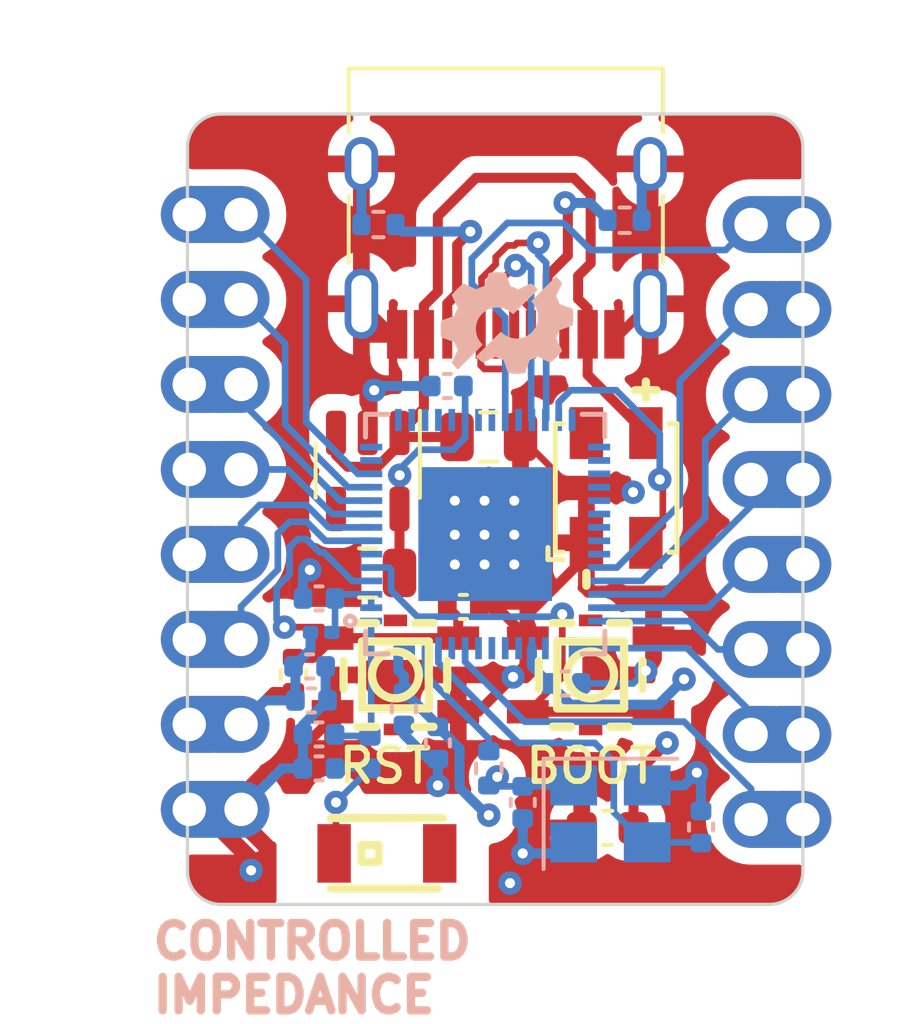
<source format=kicad_pcb>
(kicad_pcb (version 20221018) (generator pcbnew)
  (layers (0 "F.Cu" signal) (1 "In1.Cu" power) (2 "In2.Cu" power) (31 "B.Cu" signal) (34 "B.Paste" user) (35 "F.Paste" user) (36 "B.SilkS" user "B.Silkscreen") (37 "F.SilkS" user "F.Silkscreen") (38 "B.Mask" user) (39 "F.Mask" user) (44 "Edge.Cuts" user))
  (net 0 "")
  (net 1 "Net-(J1-CC1)")
  (net 2 "Net-(C4-Pad1)")
  (net 3 "/RESET")
  (net 4 "/BOOT")
  (net 6 "+3.3V")
  (net 10 "/USB_D-")
  (net 11 "/USB_D+")
  (net 28 "Net-(U1-XTAL_N)")
  (net 29 "Net-(U1-XTAL_P)")
  (net 30 "GND")
  (net 31 "VBUS")
  (net 34 "/IO2")
  (net 35 "/IO3")
  (net 36 "/IO4")
  (net 37 "/IO5")
  (net 38 "/IO6")
  (net 39 "/IO7")
  (net 40 "/IO21")
  (net 41 "/IO17")
  (net 42 "/IO45")
  (net 43 "/IO38")
  (net 44 "/IO37")
  (net 45 "/IO36")
  (net 46 "/IO35")
  (net 47 "/IO34")
  (net 48 "/IO33")
  (net 56 "Net-(J1-CC2)")
  (net 58 "Net-(U1-LNA_IN)")
  (net 59 "Net-(C10-Pad2)")
  (net 60 "Net-(AE1-ANT)")
  (footprint "Connector_USB:USB_C_Receptacle_HRO_TYPE-C-31-M-12" (layer "F.Cu") (at 146.05 79.248 180)
    (fp_text reference "J1" hide)
    (fp_text value "USB_C_Receptacle_USB2.0")
  )
  (footprint "Capacitor_SMD:C_0603_1608Metric" (layer "F.Cu") (at 149.098 98.044 180)
    (fp_text reference "C7" hide)
    (fp_text value "10uF")
  )
  (footprint "Capacitor_SMD:C_0805_2012Metric" (layer "F.Cu") (at 145.542 86.36)
    (fp_text reference "C13" hide)
    (fp_text value "22uF")
  )
  (footprint "Capacitor_SMD:C_0805_2012Metric" (layer "F.Cu") (at 141.92 90.424 180)
    (fp_text reference "C12" hide)
    (fp_text value "22uF")
  )
  (footprint "easyeda2kicad:SW-SMD_L3.1-W3.1-P2.20-LS4.0" (layer "F.Cu") (at 148.59 93.472)
    (fp_text reference "SW2" hide)
    (fp_text value "BOOT")
  )
  (footprint "easyeda2kicad:ANT-SMD_L3.2-W1.6" (layer "F.Cu") (at 142.494 98.806)
    (fp_text reference "AE1" hide)
    (fp_text value "2450AT18A100E")
  )
  (footprint "Castellated:Castellated_8" (layer "F.Cu") (at 135.59 74.63)
    (fp_text reference "J2" hide)
    (fp_text value "Conn_01x08")
  )
  (footprint "Capacitor_SMD:C_0402_1005Metric" (layer "F.Cu") (at 144.78 91.44)
    (fp_text reference "C11" hide)
    (fp_text value "1uF")
  )
  (footprint "easyeda2kicad:SW-SMD_L3.1-W3.1-P2.20-LS4.0" (layer "F.Cu") (at 142.748 93.472 180)
    (fp_text reference "SW1" hide)
    (fp_text value "RESET")
  )
  (footprint "Package_TO_SOT_SMD:SOT-23-5" (layer "F.Cu") (at 141.92 87.376 -90)
    (fp_text reference "U2" hide)
    (fp_text value "AP2112K-3.3")
  )
  (footprint "Resistor_SMD:R_0402_1005Metric" (layer "F.Cu") (at 139.7 93.472 90)
    (fp_text reference "R2" hide)
    (fp_text value "10K")
  )
  (footprint "Castellated:Castellated_8" (layer "F.Cu") (at 152.4 74.93)
    (fp_text reference "J3" hide)
    (fp_text value "Conn_01x08")
  )
  (footprint "easyeda2kicad:LED-SMD_4P-L3.5-W3.5-TL_WS2812B" (layer "F.Cu") (at 149.352 87.884 -90)
    (fp_text reference "LED1" hide)
    (fp_text value "WS2812B-MINI")
  )
  (footprint "Capacitor_SMD:C_0402_1005Metric" (layer "B.Cu") (at 151.892 98.016 90)
    (fp_text reference "C9" hide)
    (fp_text value "16pF")
  )
  (footprint "Capacitor_SMD:C_0402_1005Metric" (layer "B.Cu") (at 143.002 94.488 -90)
    (fp_text reference "C2" hide)
    (fp_text value "10nF")
  )
  (footprint "Inductor_SMD:L_0402_1005Metric" (layer "B.Cu") (at 141.986 95.781 90)
    (fp_text reference "L2" hide)
    (fp_text value "0ohm")
  )
  (footprint "Crystal:Crystal_SMD_3225-4Pin_3.2x2.5mm" (layer "B.Cu") (at 149.182 97.624)
    (fp_text reference "Y1" hide)
    (fp_text value "40MHz")
  )
  (footprint "Resistor_SMD:R_0402_1005Metric" (layer "B.Cu") (at 145.542 96.266 -90)
    (fp_text reference "R1" hide)
    (fp_text value "0 ohm")
  )
  (footprint "Capacitor_SMD:C_0402_1005Metric" (layer "B.Cu") (at 140.236 94.234)
    (fp_text reference "C6" hide)
    (fp_text value "1uF")
  )
  (footprint "Resistor_SMD:R_0402_1005Metric" (layer "B.Cu") (at 149.606 79.883 180)
    (fp_text reference "R3" hide)
    (fp_text value "5.1K")
  )
  (footprint "Capacitor_SMD:C_0402_1005Metric" (layer "B.Cu") (at 140.462 96.266 180)
    (fp_text reference "C15" hide)
    (fp_text value "C")
  )
  (footprint "Capacitor_SMD:C_0402_1005Metric" (layer "B.Cu") (at 140.462 95.25 180)
    (fp_text reference "C14" hide)
    (fp_text value "C")
  )
  (footprint "Capacitor_SMD:C_0402_1005Metric" (layer "B.Cu") (at 147.828 93.726)
    (fp_text reference "C8" hide)
    (fp_text value "0.1uF")
  )
  (footprint "Capacitor_SMD:C_0402_1005Metric" (layer "B.Cu") (at 146.558 97.282 90)
    (fp_text reference "C10" hide)
    (fp_text value "16pF")
  )
  (footprint "Capacitor_SMD:C_0402_1005Metric" (layer "B.Cu") (at 144.018 95.504 -90)
    (fp_text reference "C3" hide)
    (fp_text value "1uF")
  )
  (footprint "easyeda2kicad:QFN-56_L7.0-W7.0-P0.40-TL-EP4.0" (layer "B.Cu") (at 145.434 89.262)
    (fp_text reference "U1" hide)
    (fp_text value "ESP32-S3FH4R2")
  )
  (footprint "Capacitor_SMD:C_0402_1005Metric" (layer "B.Cu") (at 140.18 93.218)
    (fp_text reference "C5" hide)
    (fp_text value "0.1uF")
  )
  (footprint "Inductor_SMD:L_0201_0603Metric" (layer "B.Cu") (at 140.528 92.202)
    (fp_text reference "L1" hide)
    (fp_text value "2nH")
  )
  (footprint "Resistor_SMD:R_0402_1005Metric" (layer "B.Cu") (at 142.24 80.01)
    (fp_text reference "R4" hide)
    (fp_text value "5.1K")
  )
  (footprint "Capacitor_SMD:C_0402_1005Metric" (layer "B.Cu") (at 144.3 84.836 180)
    (fp_text reference "C1" hide)
    (fp_text value "0.1uF")
  )
  (footprint "Capacitor_SMD:C_0402_1005Metric" (layer "B.Cu") (at 140.462 91.186 180)
    (fp_text reference "C4" hide)
    (fp_text value "0.1uF")
  )
  (gr_poly (pts (xy 144.595604 84.291189) (xy 144.575479 84.26997) (xy 144.555732 84.248403) (xy 144.536366 84.226495) (xy 144.517385 84.204253) (xy 144.498791 84.181682) (xy 144.480588 84.158788) (xy 144.462779 84.135578) (xy 144.64177 83.759076) (xy 144.625741 83.728692) (xy 144.610503 83.697874) (xy 144.596065 83.666635) (xy 144.582437 83.634986) (xy 144.569627 83.602941) (xy 144.557644 83.570511) (xy 144.546499 83.537709) (xy 144.536201 83.504547) (xy 144.143294 83.364847) (xy 144.136486 83.309793) (xy 144.131466 83.25429) (xy 144.128277 83.198376) (xy 144.126956 83.142084) (xy 144.127546 83.085452) (xy 144.130086 83.028514) (xy 144.134616 82.971306) (xy 144.141178 82.913864) (xy 144.143559 82.898519) (xy 144.535936 82.758951) (xy 144.546289 82.725534) (xy 144.557491 82.692555) (xy 144.569524 82.66002) (xy 144.58237 82.627932) (xy 144.59601 82.596298) (xy 144.610424 82.565121) (xy 144.625595 82.534406) (xy 144.641504 82.504157) (xy 144.462514 82.127787) (xy 144.480396 82.10449) (xy 144.498666 82.081532) (xy 144.51732 82.058918) (xy 144.536351 82.036651) (xy 144.555756 82.014736) (xy 144.575528 81.993177) (xy 144.595663 81.971979) (xy 144.616154 81.951145) (xy 144.636998 81.93068) (xy 144.658188 81.910589) (xy 144.67972 81.890875) (xy 144.701588 81.871543) (xy 144.723787 81.852596) (xy 144.746311 81.834041) (xy 144.769157 81.815879) (xy 144.792317 81.798117) (xy 145.168819 81.977107) (xy 145.169084 81.977372) (xy 145.199467 81.961343) (xy 145.230285 81.946106) (xy 145.261524 81.931668) (xy 145.293173 81.918039) (xy 145.325219 81.905229) (xy 145.357649 81.893247) (xy 145.390451 81.882102) (xy 145.423613 81.871803) (xy 145.563313 81.478897) (xy 145.618367 81.472089) (xy 145.673869 81.467069) (xy 145.729784 81.463879) (xy 145.786075 81.462559) (xy 145.842708 81.463149) (xy 145.899646 81.465688) (xy 145.956853 81.470219) (xy 146.014295 81.47678) (xy 146.029641 81.479161) (xy 146.169209 81.871538) (xy 146.202626 81.881891) (xy 146.235605 81.893094) (xy 146.26814 81.905127) (xy 146.300227 81.917973) (xy 146.331862 81.931612) (xy 146.363039 81.946027) (xy 146.393754 81.961198) (xy 146.424002 81.977107) (xy 146.800372 81.798117) (xy 146.82362 81.815975) (xy 146.84653 81.834222) (xy 146.869098 81.85285) (xy 146.891323 81.871853) (xy 146.9132 81.891221) (xy 146.934727 81.910947) (xy 146.9559 81.931023) (xy 146.976717 81.951443) (xy 146.267501 82.660658) (xy 146.248349 82.642196) (xy 146.22846 82.624481) (xy 146.207853 82.60754) (xy 146.186547 82.591403) (xy 146.164563 82.576097) (xy 146.141918 82.56165) (xy 146.118634 82.54809) (xy 146.094728 82.535444) (xy 146.070222 82.523741) (xy 146.045133 82.513008) (xy 146.019481 82.503274) (xy 145.993286 82.494566) (xy 145.966566 82.486912) (xy 145.939343 82.480341) (xy 145.911634 82.474879) (xy 145.883459 82.470555) (xy 145.849324 82.466941) (xy 145.815414 82.465078) (xy 145.781774 82.46493) (xy 145.748452 82.466462) (xy 145.715495 82.469637) (xy 145.682949 82.474419) (xy 145.650862 82.480772) (xy 145.619281 82.48866) (xy 145.588252 82.498048) (xy 145.557823 82.508898) (xy 145.528041 82.521174) (xy 145.498952 82.534842) (xy 145.470604 82.549864) (xy 145.443044 82.566205) (xy 145.416318 82.583828) (xy 145.390474 82.602698) (xy 145.365558 82.622778) (xy 145.341619 82.644033) (xy 145.318701 82.666425) (xy 145.296854 82.68992) (xy 145.276123 82.714481) (xy 145.256555 82.740072) (xy 145.238198 82.766658) (xy 145.221099 82.794201) (xy 145.205305 82.822665) (xy 145.190861 82.852016) (xy 145.177817 82.882216) (xy 145.166218 82.91323) (xy 145.156111 82.945022) (xy 145.147544 82.977555) (xy 145.140564 83.010793) (xy 145.135217 83.044701) (xy 145.131155 83.084623) (xy 145.129495 83.124219) (xy 145.130178 83.163416) (xy 145.133146 83.202138) (xy 145.138338 83.240313) (xy 145.145696 83.277866) (xy 145.155159 83.314722) (xy 145.166669 83.350807) (xy 145.180167 83.386048) (xy 145.195593 83.420369) (xy 145.212888 83.453697) (xy 145.231993 83.485958) (xy 145.252847 83.517076) (xy 145.275393 83.546979) (xy 145.29957 83.575591) (xy 145.32532 83.602839) (xy 144.616105 84.312055)) (stroke (width 0.052916)) (fill solid) (layer "B.SilkS"))
  (gr_poly (pts (xy 146.307105 84.444416) (xy 146.25119 84.441226) (xy 146.195688 84.436206) (xy 146.140634 84.429398) (xy 146.000934 84.036492) (xy 145.967772 84.026193) (xy 145.93497 84.015048) (xy 145.90254 84.003066) (xy 145.870494 83.990256) (xy 145.838845 83.976627) (xy 145.807606 83.962189) (xy 145.776788 83.946951) (xy 145.746404 83.930923) (xy 145.369902 84.109914) (xy 145.346693 84.092104) (xy 145.323799 84.073901) (xy 145.301228 84.055308) (xy 145.278985 84.036326) (xy 145.257077 84.016961) (xy 145.235511 83.997213) (xy 145.214291 83.977088) (xy 145.193425 83.956587) (xy 145.902641 83.247372) (xy 145.929889 83.273122) (xy 145.958501 83.297299) (xy 145.988404 83.319845) (xy 146.019523 83.3407) (xy 146.051783 83.359804) (xy 146.085111 83.377099) (xy 146.119433 83.392525) (xy 146.154673 83.406023) (xy 146.190758 83.417533) (xy 146.227615 83.426997) (xy 146.265167 83.434354) (xy 146.303342 83.439546) (xy 146.342065 83.442514) (xy 146.381261 83.443197) (xy 146.420858 83.441537) (xy 146.460779 83.437475) (xy 146.494687 83.432128) (xy 146.527926 83.425148) (xy 146.560459 83.416581) (xy 146.59225 83.406474) (xy 146.623264 83.394875) (xy 146.653464 83.381831) (xy 146.682815 83.367388) (xy 146.71128 83.351593) (xy 146.738823 83.334494) (xy 146.765408 83.316137) (xy 146.790999 83.296569) (xy 146.81556 83.275838) (xy 146.839055 83.253991) (xy 146.861448 83.231074) (xy 146.882702 83.207134) (xy 146.902782 83.182218) (xy 146.921652 83.156374) (xy 146.939275 83.129648) (xy 146.955616 83.102088) (xy 146.970638 83.07374) (xy 146.984306 83.044652) (xy 146.996583 83.014869) (xy 147.007433 82.98444) (xy 147.01682 82.953412) (xy 147.024708 82.92183) (xy 147.031061 82.889743) (xy 147.035843 82.857198) (xy 147.039018 82.82424) (xy 147.04055 82.790918) (xy 147.040402 82.757278) (xy 147.03854 82.723368) (xy 147.034925 82.689233) (xy 147.030602 82.661059) (xy 147.02514 82.63335) (xy 147.018568 82.606126) (xy 147.010914 82.579407) (xy 147.002206 82.553211) (xy 146.992472 82.52756) (xy 146.981739 82.502471) (xy 146.970036 82.477964) (xy 146.95739 82.454058) (xy 146.94383 82.430774) (xy 146.929383 82.40813) (xy 146.914077 82.386145) (xy 146.89794 82.364839) (xy 146.881 82.344232) (xy 146.863285 82.324343) (xy 146.844822 82.305191) (xy 147.554038 81.595975) (xy 147.574457 81.616792) (xy 147.594533 81.637965) (xy 147.61426 81.659492) (xy 147.633628 81.681369) (xy 147.65263 81.703594) (xy 147.671258 81.726163) (xy 147.689506 81.749072) (xy 147.707364 81.77232) (xy 147.528505 82.14869) (xy 147.544415 82.178938) (xy 147.559586 82.209653) (xy 147.574 82.240831) (xy 147.58764 82.272465) (xy 147.600486 82.304552) (xy 147.612519 82.337087) (xy 147.623721 82.370066) (xy 147.634074 82.403483) (xy 148.026451 82.543051) (xy 148.028832 82.558397) (xy 148.035394 82.615839) (xy 148.039924 82.673046) (xy 148.042464 82.729984) (xy 148.043054 82.786617) (xy 148.041733 82.842908) (xy 148.038544 82.898823) (xy 148.033524 82.954325) (xy 148.026716 83.009379) (xy 147.63381 83.149079) (xy 147.623511 83.182241) (xy 147.612366 83.215043) (xy 147.600384 83.247473) (xy 147.587574 83.279519) (xy 147.573945 83.311167) (xy 147.559507 83.342407) (xy 147.544269 83.373225) (xy 147.528241 83.403608) (xy 147.528373 83.403741) (xy 147.707364 83.780243) (xy 147.689601 83.803403) (xy 147.67144 83.826248) (xy 147.652884 83.848773) (xy 147.633938 83.870972) (xy 147.614606 83.89284) (xy 147.594892 83.914372) (xy 147.5748 83.935562) (xy 147.554335 83.956406) (xy 147.533502 83.976897) (xy 147.512303 83.997032) (xy 147.490745 84.016804) (xy 147.468829 84.036208) (xy 147.446563 84.05524) (xy 147.423948 84.073894) (xy 147.40099 84.092164) (xy 147.377693 84.110046) (xy 147.001323 83.931188) (xy 146.971075 83.947097) (xy 146.940359 83.962268) (xy 146.909182 83.976682) (xy 146.877548 83.990322) (xy 146.845461 84.003168) (xy 146.812925 84.015201) (xy 146.779947 84.026403) (xy 146.746529 84.036756) (xy 146.606962 84.429133) (xy 146.591616 84.431515) (xy 146.534174 84.438076) (xy 146.476966 84.442606) (xy 146.420029 84.445146) (xy 146.363396 84.445736)) (stroke (width 0.052916)) (fill solid) (layer "B.SilkS"))
  (gr_line (start 137.525 100.33) (end 153.94 100.33) (stroke (width 0.1)) (layer "Edge.Cuts"))
  (gr_arc (start 153.94 76.708) (mid 154.647107 77.000893) (end 154.94 77.708) (stroke (width 0.1)) (layer "Edge.Cuts"))
  (gr_line (start 153.94 76.708) (end 137.525 76.708) (stroke (width 0.1)) (layer "Edge.Cuts"))
  (gr_line (start 154.94 99.33) (end 154.94 77.708) (stroke (width 0.1)) (layer "Edge.Cuts"))
  (gr_line (start 136.525 77.708) (end 136.525 99.33) (stroke (width 0.1)) (layer "Edge.Cuts"))
  (gr_arc (start 154.94 99.33) (mid 154.647107 100.037107) (end 153.94 100.33) (stroke (width 0.1)) (layer "Edge.Cuts"))
  (gr_arc (start 137.525 100.33) (mid 136.817893 100.037107) (end 136.525 99.33) (stroke (width 0.1)) (layer "Edge.Cuts"))
  (gr_arc (start 136.525 77.708) (mid 136.817893 77.000893) (end 137.525 76.708) (stroke (width 0.1)) (layer "Edge.Cuts"))
  (gr_text "CONTROLLED\nIMPEDANCE" (at 135.382 103.632) (layer "B.SilkS") (effects (font (size 1 1) (thickness 0.25) bold) (justify left bottom)))
  (gr_text "BOOT" (at 146.558 96.774) (layer "F.SilkS") (effects (font (size 1 1) (thickness 0.175) bold) (justify left bottom)))
  (gr_text "RST" (at 140.97 96.774) (layer "F.SilkS") (effects (font (size 1 1) (thickness 0.175) bold) (justify left bottom)))
  (segment (start 147.3 81.544162) (end 147.3 83.293) (width 0.3) (layer "F.Cu") (net 1))
  (segment (start 147.90717 79.443933) (end 147.828756 79.365519) (width 0.3) (layer "F.Cu") (net 1))
  (segment (start 147.90717 80.936992) (end 147.90717 79.443933) (width 0.3) (layer "F.Cu") (net 1))
  (segment (start 147.90717 80.936992) (end 147.3 81.544162) (width 0.3) (layer "F.Cu") (net 1))
  (via (at 147.828756 79.365519) (size 0.7) (drill 0.3) (layers "F.Cu" "B.Cu") (net 1))
  (segment (start 148.578519 79.365519) (end 149.096 79.883) (width 0.3) (layer "B.Cu") (net 1))
  (segment (start 147.828756 79.365519) (end 148.578519 79.365519) (width 0.3) (layer "B.Cu") (net 1))
  (segment (start 142.024 91.462) (end 142.024 91.062) (width 0.2) (layer "B.Cu") (net 2))
  (segment (start 140.942 92.108) (end 140.848 92.202) (width 0.2) (layer "B.Cu") (net 2))
  (segment (start 140.942 91.186) (end 140.942 92.108) (width 0.2) (layer "B.Cu") (net 2))
  (segment (start 141.066 91.062) (end 140.942 91.186) (width 0.2) (layer "B.Cu") (net 2))
  (segment (start 142.024 91.062) (end 141.066 91.062) (width 0.2) (layer "B.Cu") (net 2))
  (segment (start 140.540028 92.044028) (end 140.868 92.372) (width 0.2) (layer "F.Cu") (net 3))
  (segment (start 139.428929 92.044028) (end 140.540028 92.044028) (width 0.2) (layer "F.Cu") (net 3))
  (segment (start 144.628 91.768) (end 144.3 91.44) (width 0.3) (layer "F.Cu") (net 3))
  (segment (start 139.7 92.962) (end 140.278 92.962) (width 0.3) (layer "F.Cu") (net 3))
  (segment (start 140.278 92.962) (end 140.868 92.372) (width 0.3) (layer "F.Cu") (net 3))
  (segment (start 144.628 92.372) (end 144.628 91.768) (width 0.3) (layer "F.Cu") (net 3))
  (segment (start 140.868 92.372) (end 144.628 92.372) (width 0.3) (layer "F.Cu") (net 3))
  (via (at 139.428929 92.044028) (size 0.7) (drill 0.3) (layers "F.Cu" "B.Cu") (net 3))
  (segment (start 140.612 89.812) (end 140.485 89.812) (width 0.2) (layer "B.Cu") (net 3))
  (segment (start 139.827 89.408) (end 139.58 89.655) (width 0.2) (layer "B.Cu") (net 3))
  (segment (start 139.58 90.470609) (end 139.192 90.858609) (width 0.2) (layer "B.Cu") (net 3))
  (segment (start 142.024 90.662) (end 141.462 90.662) (width 0.2) (layer "B.Cu") (net 3))
  (segment (start 140.081 89.408) (end 139.827 89.408) (width 0.2) (layer "B.Cu") (net 3))
  (segment (start 139.192 90.858609) (end 139.192 91.807099) (width 0.2) (layer "B.Cu") (net 3))
  (segment (start 139.58 89.655) (end 139.58 90.470609) (width 0.2) (layer "B.Cu") (net 3))
  (segment (start 141.462 90.662) (end 140.612 89.812) (width 0.2) (layer "B.Cu") (net 3))
  (segment (start 139.192 91.807099) (end 139.428929 92.044028) (width 0.2) (layer "B.Cu") (net 3))
  (segment (start 140.485 89.812) (end 140.081 89.408) (width 0.2) (layer "B.Cu") (net 3))
  (segment (start 147.740965 93.541035) (end 146.71 94.572) (width 0.2) (layer "F.Cu") (net 4))
  (segment (start 146.71 94.572) (end 150.47 94.572) (width 0.3) (layer "F.Cu") (net 4))
  (segment (start 147.740965 91.656048) (end 147.740965 93.541035) (width 0.2) (layer "F.Cu") (net 4))
  (via (at 147.740965 91.656048) (size 0.7) (drill 0.3) (layers "F.Cu" "B.Cu") (net 4))
  (segment (start 143.403025 91.731025) (end 142.621 90.949) (width 0.2) (layer "B.Cu") (net 4))
  (segment (start 147.740965 91.656048) (end 147.665988 91.731025) (width 0.2) (layer "B.Cu") (net 4))
  (segment (start 142.554 90.262) (end 142.024 90.262) (width 0.2) (layer "B.Cu") (net 4))
  (segment (start 142.621 90.949) (end 142.621 90.329) (width 0.2) (layer "B.Cu") (net 4))
  (segment (start 142.621 90.329) (end 142.554 90.262) (width 0.2) (layer "B.Cu") (net 4))
  (segment (start 147.665988 91.731025) (end 143.403025 91.731025) (width 0.2) (layer "B.Cu") (net 4))
  (segment (start 150.876 95.504) (end 149.873 96.507) (width 0.3) (layer "F.Cu") (net 6))
  (segment (start 149.873 96.507) (end 149.873 98.044) (width 0.3) (layer "F.Cu") (net 6))
  (segment (start 139.098 93.982) (end 138.13 94.95) (width 0.3) (layer "F.Cu") (net 6))
  (segment (start 142.87 88.5135) (end 142.87 90.424) (width 0.3) (layer "F.Cu") (net 6))
  (segment (start 142.87 88.5135) (end 142.87 87.510084) (width 0.3) (layer "F.Cu") (net 6))
  (segment (start 142.87 87.510084) (end 142.876042 87.504042) (width 0.3) (layer "F.Cu") (net 6))
  (segment (start 139.7 93.982) (end 139.098 93.982) (width 0.3) (layer "F.Cu") (net 6))
  (via (at 150.876 95.504) (size 0.7) (drill 0.3) (layers "F.Cu" "B.Cu") (net 6))
  (via (at 145.542 97.663) (size 0.7) (drill 0.3) (layers "F.Cu" "B.Cu") (net 6))
  (via (at 142.876042 87.504042) (size 0.7) (drill 0.3) (layers "F.Cu" "B.Cu") (net 6))
  (via (at 151.384 93.599) (size 0.7) (drill 0.3) (layers "F.Cu" "B.Cu") (net 6))
  (segment (start 140.208 92.71) (end 140.208 92.202) (width 0.3) (layer "B.Cu") (net 6))
  (segment (start 145.490076 97.663) (end 145.542 97.663) (width 0.3) (layer "B.Cu") (net 6))
  (segment (start 144.834 84.89) (end 144.78 84.836) (width 0.2) (layer "B.Cu") (net 6))
  (segment (start 143.455 86.741) (end 142.876042 87.319958) (width 0.2) (layer "B.Cu") (net 6))
  (segment (start 146.834 93.212) (end 147.348 93.726) (width 0.3) (layer "B.Cu") (net 6))
  (segment (start 142.834 92.672) (end 142.834 93.332) (width 0.3) (layer "B.Cu") (net 6))
  (segment (start 143.002 94.008) (end 143.048846 94.008) (width 0.3) (layer "B.Cu") (net 6))
  (segment (start 144.018 94.977154) (end 144.018 95.024) (width 0.3) (layer "B.Cu") (net 6))
  (segment (start 139.756 94.234) (end 139.756 93.274) (width 0.3) (layer "B.Cu") (net 6))
  (segment (start 146.834 92.672) (end 146.834 93.212) (width 0.3) (layer "B.Cu") (net 6))
  (segment (start 143.002 94.008) (end 143.002 93.5) (width 0.3) (layer "B.Cu") (net 6))
  (segment (start 147.983 94.361) (end 147.348 93.726) (width 0.3) (layer "B.Cu") (net 6))
  (segment (start 144.018 95.024) (end 144.668 95.674) (width 0.3) (layer "B.Cu") (net 6))
  (segment (start 144.834 85.852) (end 144.834 84.89) (width 0.2) (layer "B.Cu") (net 6))
  (segment (start 139.756 93.274) (end 139.7 93.218) (width 0.3) (layer "B.Cu") (net 6))
  (segment (start 151.384 93.599) (end 150.622 94.361) (width 0.3) (layer "B.Cu") (net 6))
  (segment (start 138.846 94.234) (end 138.13 94.95) (width 0.3) (layer "B.Cu") (net 6))
  (segment (start 150.622 94.361) (end 147.983 94.361) (width 0.3) (layer "B.Cu") (net 6))
  (segment (start 142.834 92.672) (end 143.184 92.672) (width 0.3) (layer "B.Cu") (net 6))
  (segment (start 142.876042 87.319958) (end 142.876042 87.504042) (width 0.2) (layer "B.Cu") (net 6))
  (segment (start 144.834 86.382) (end 144.475 86.741) (width 0.2) (layer "B.Cu") (net 6))
  (segment (start 144.668 95.674) (end 144.668 96.840924) (width 0.3) (layer "B.Cu") (net 6))
  (segment (start 139.756 94.234) (end 138.846 94.234) (width 0.3) (layer "B.Cu") (net 6))
  (segment (start 143.048846 94.008) (end 144.018 94.977154) (width 0.3) (layer "B.Cu") (net 6))
  (segment (start 139.7 93.218) (end 140.208 92.71) (width 0.3) (layer "B.Cu") (net 6))
  (segment (start 144.475 86.741) (end 143.455 86.741) (width 0.2) (layer "B.Cu") (net 6))
  (segment (start 144.834 85.852) (end 144.834 86.382) (width 0.2) (layer "B.Cu") (net 6))
  (segment (start 143.002 93.5) (end 142.834 93.332) (width 0.3) (layer "B.Cu") (net 6))
  (segment (start 144.668 96.840924) (end 145.490076 97.663) (width 0.3) (layer "B.Cu") (net 6))
  (segment (start 145.775 81.809) (end 145.775 82.180499) (width 0.2) (layer "F.Cu") (net 10))
  (segment (start 146.58 82.318) (end 146.8 82.538) (width 0.2) (layer "F.Cu") (net 10))
  (segment (start 145.775 82.180499) (end 145.8 82.205499) (width 0.2) (layer "F.Cu") (net 10))
  (segment (start 146.349124 81.234876) (end 145.775 81.809) (width 0.2) (layer "F.Cu") (net 10))
  (segment (start 145.8 82.368) (end 145.85 82.318) (width 0.2) (layer "F.Cu") (net 10))
  (segment (start 146.8 82.538) (end 146.8 83.293) (width 0.2) (layer "F.Cu") (net 10))
  (segment (start 145.8 83.293) (end 145.8 82.368) (width 0.2) (layer "F.Cu") (net 10))
  (segment (start 145.8 82.205499) (end 145.8 83.293) (width 0.2) (layer "F.Cu") (net 10))
  (segment (start 145.85 82.318) (end 146.58 82.318) (width 0.2) (layer "F.Cu") (net 10))
  (via (at 146.349124 81.234876) (size 0.7) (drill 0.3) (layers "F.Cu" "B.Cu") (net 10))
  (segment (start 146.808999 81.341198) (end 146.702677 81.234876) (width 0.2) (layer "B.Cu") (net 10))
  (segment (start 146.808999 85.826999) (end 146.808999 81.341198) (width 0.2) (layer "B.Cu") (net 10))
  (segment (start 146.834 85.852) (end 146.808999 85.826999) (width 0.2) (layer "B.Cu") (net 10))
  (segment (start 146.702677 81.234876) (end 146.349124 81.234876) (width 0.2) (layer "B.Cu") (net 10))
  (segment (start 146.312726 80.634876) (end 146.100595 80.634876) (width 0.2) (layer "F.Cu") (net 11))
  (segment (start 146.384478 80.563124) (end 146.312726 80.634876) (width 0.2) (layer "F.Cu") (net 11))
  (segment (start 145.749124 80.986347) (end 145.749124 81.198478) (width 0.2) (layer "F.Cu") (net 11))
  (segment (start 145.3 84.218) (end 145.41 84.328) (width 0.2) (layer "F.Cu") (net 11))
  (segment (start 145.749124 81.198478) (end 145.325 81.622602) (width 0.2) (layer "F.Cu") (net 11))
  (segment (start 145.3 82.205499) (end 145.3 83.293) (width 0.2) (layer "F.Cu") (net 11))
  (segment (start 145.325 81.622602) (end 145.325 82.180499) (width 0.2) (layer "F.Cu") (net 11))
  (segment (start 145.325 82.180499) (end 145.3 82.205499) (width 0.2) (layer "F.Cu") (net 11))
  (segment (start 145.3 83.293) (end 145.3 84.218) (width 0.2) (layer "F.Cu") (net 11))
  (segment (start 146.3 84.218) (end 146.3 83.293) (width 0.2) (layer "F.Cu") (net 11))
  (segment (start 145.41 84.328) (end 146.19 84.328) (width 0.2) (layer "F.Cu") (net 11))
  (segment (start 147.020876 80.563124) (end 146.384478 80.563124) (width 0.2) (layer "F.Cu") (net 11))
  (segment (start 146.19 84.328) (end 146.3 84.218) (width 0.2) (layer "F.Cu") (net 11))
  (segment (start 146.100595 80.634876) (end 145.749124 80.986347) (width 0.2) (layer "F.Cu") (net 11))
  (via (at 147.020876 80.563124) (size 0.7) (drill 0.3) (layers "F.Cu" "B.Cu") (net 11))
  (segment (start 147.020876 80.916677) (end 147.020876 80.563124) (width 0.2) (layer "B.Cu") (net 11))
  (segment (start 147.259001 81.154802) (end 147.020876 80.916677) (width 0.2) (layer "B.Cu") (net 11))
  (segment (start 147.259001 85.826999) (end 147.259001 81.154802) (width 0.2) (layer "B.Cu") (net 11))
  (segment (start 147.234 85.852) (end 147.259001 85.826999) (width 0.2) (layer "B.Cu") (net 11))
  (segment (start 151.87 98.474) (end 151.892 98.496) (width 0.2) (layer "B.Cu") (net 28))
  (segment (start 149.282 97.574) (end 150.182 98.474) (width 0.2) (layer "B.Cu") (net 28))
  (segment (start 150.182 98.474) (end 150.282 98.474) (width 0.2) (layer "B.Cu") (net 28))
  (segment (start 149.282 96.074) (end 149.282 97.574) (width 0.2) (layer "B.Cu") (net 28))
  (segment (start 144.034 92.672) (end 144.034 93.107) (width 0.2) (layer "B.Cu") (net 28))
  (segment (start 148.712 95.504) (end 149.282 96.074) (width 0.2) (layer "B.Cu") (net 28))
  (segment (start 146.431 95.504) (end 148.712 95.504) (width 0.2) (layer "B.Cu") (net 28))
  (segment (start 150.282 98.474) (end 151.87 98.474) (width 0.2) (layer "B.Cu") (net 28))
  (segment (start 144.034 93.107) (end 146.431 95.504) (width 0.2) (layer "B.Cu") (net 28))
  (segment (start 143.634 93.468) (end 145.542 95.376) (width 0.2) (layer "B.Cu") (net 29))
  (segment (start 145.542 95.376) (end 145.542 95.756) (width 0.2) (layer "B.Cu") (net 29))
  (segment (start 143.634 92.672) (end 143.634 93.468) (width 0.2) (layer "B.Cu") (net 29))
  (segment (start 142.113 86.0455) (end 141.92 86.2385) (width 0.2) (layer "F.Cu") (net 30))
  (segment (start 148.143 88.011) (end 149.86 88.011) (width 0.2) (layer "F.Cu") (net 30))
  (segment (start 146.492 86.36) (end 148.143 88.011) (width 0.2) (layer "F.Cu") (net 30))
  (segment (start 150.47 92.372) (end 150.47 93.116) (width 0.3) (layer "F.Cu") (net 30))
  (segment (start 142.8 83.293) (end 142.645 83.293) (width 0.3) (layer "F.Cu") (net 30))
  (segment (start 145.228428 94.572) (end 146.268666 93.531762) (width 0.3) (layer "F.Cu") (net 30))
  (segment (start 146.71 92.372) (end 146.71 93.090428) (width 0.3) (layer "F.Cu") (net 30))
  (segment (start 149.3 83.293) (end 149.455 83.293) (width 0.3) (layer "F.Cu") (net 30))
  (segment (start 142.645 83.293) (end 141.73 82.378) (width 0.3) (layer "F.Cu") (net 30))
  (segment (start 148.323 98.044) (end 147.32 98.044) (width 0.3) (layer "F.Cu") (net 30))
  (segment (start 145.26 91.44) (end 145.778 91.44) (width 0.3) (layer "F.Cu") (net 30))
  (segment (start 142.113 84.963) (end 142.113 86.0455) (width 0.2) (layer "F.Cu") (net 30))
  (segment (start 140.868 94.752) (end 138.13 97.49) (width 0.3) (layer "F.Cu") (net 30))
  (segment (start 140.868 94.572) (end 140.868 94.752) (width 0.3) (layer "F.Cu") (net 30))
  (segment (start 145.26 91.44) (end 145.26 90.325) (width 0.3) (layer "F.Cu") (net 30))
  (segment (start 146.71 91.669) (end 146.71 92.372) (width 0.3) (layer "F.Cu") (net 30))
  (segment (start 148.462 89.524) (end 148.462 89.917) (width 0.3) (layer "F.Cu") (net 30))
  (segment (start 149.455 83.293) (end 150.37 82.378) (width 0.3) (layer "F.Cu") (net 30))
  (segment (start 150.47 93.116) (end 150.241 93.345) (width 0.3) (layer "F.Cu") (net 30))
  (segment (start 145.778 91.44) (end 146.71 92.372) (width 0.3) (layer "F.Cu") (net 30))
  (segment (start 148.462 89.917) (end 146.71 91.669) (width 0.3) (layer "F.Cu") (net 30))
  (segment (start 146.71 93.090428) (end 146.268666 93.531762) (width 0.3) (layer "F.Cu") (net 30))
  (segment (start 140.18768 90.332578) (end 140.878578 90.332578) (width 0.3) (layer "F.Cu") (net 30))
  (segment (start 144.628 94.572) (end 145.228428 94.572) (width 0.3) (layer "F.Cu") (net 30))
  (segment (start 147.32 98.044) (end 146.558 98.806) (width 0.3) (layer "F.Cu") (net 30))
  (segment (start 145.26 90.325) (end 145.415 90.17) (width 0.3) (layer "F.Cu") (net 30))
  (segment (start 140.878578 90.332578) (end 140.97 90.424) (width 0.3) (layer "F.Cu") (net 30))
  (via (at 146.304 89.281) (size 0.7) (drill 0.3) (layers "F.Cu" "B.Cu") (net 30))
  (via (at 146.268666 93.531762) (size 0.7) (drill 0.3) (layers "F.Cu" "B.Cu") (net 30))
  (via (at 149.86 88.011) (size 0.7) (drill 0.3) (layers "F.Cu" "B.Cu") (net 30))
  (via (at 144.526 88.265) (size 0.7) (drill 0.3) (layers "F.Cu" "B.Cu") (net 30))
  (via (at 146.304 90.17) (size 0.7) (drill 0.3) (layers "F.Cu" "B.Cu") (net 30))
  (via (at 150.241 93.345) (size 0.7) (drill 0.3) (layers "F.Cu" "B.Cu") (net 30))
  (via (at 144.526 89.281) (size 0.7) (drill 0.3) (layers "F.Cu" "B.Cu") (net 30))
  (via (at 151.765 96.393) (size 0.7) (drill 0.3) (layers "F.Cu" "B.Cu") (net 30))
  (via (at 146.558 98.806) (size 0.7) (drill 0.3) (layers "F.Cu" "B.Cu") (net 30))
  (via (at 146.304 88.265) (size 0.7) (drill 0.3) (layers "F.Cu" "B.Cu") (net 30))
  (via (at 145.415 90.17) (size 0.7) (drill 0.3) (layers "F.Cu" "B.Cu") (net 30))
  (via (at 140.18768 90.332578) (size 0.7) (drill 0.3) (layers "F.Cu" "B.Cu") (net 30))
  (via (at 138.43 99.314) (size 0.7) (drill 0.3) (layers "F.Cu" "B.Cu") (net 30))
  (via (at 146.177 99.695) (size 0.7) (drill 0.3) (layers "F.Cu" "B.Cu") (net 30))
  (via (at 142.113 84.963) (size 0.7) (drill 0.3) (layers "F.Cu" "B.Cu") (net 30))
  (via (at 145.415 89.281) (size 0.7) (drill 0.3) (layers "F.Cu" "B.Cu") (net 30))
  (via (at 145.415 88.265) (size 0.7) (drill 0.3) (layers "F.Cu" "B.Cu") (net 30))
  (via (at 144.526 90.17) (size 0.7) (drill 0.3) (layers "F.Cu" "B.Cu") (net 30))
  (via (at 144.018 96.774) (size 0.7) (drill 0.3) (layers "F.Cu" "B.Cu") (net 30))
  (segment (start 139.982 96.266) (end 139.354 96.266) (width 0.3) (layer "B.Cu") (net 30))
  (segment (start 151.892 96.52) (end 151.765 96.393) (width 0.3) (layer "B.Cu") (net 30))
  (segment (start 143.002 94.968) (end 143.002 95.247999) (width 0.3) (layer "B.Cu") (net 30))
  (segment (start 140.66 93.218) (end 140.66 94.178) (width 0.3) (layer "B.Cu") (net 30))
  (segment (start 139.982 95.25) (end 139.982 94.968) (width 0.3) (layer "B.Cu") (net 30))
  (segment (start 143.82 84.836) (end 142.24 84.836) (width 0.3) (layer "B.Cu") (net 30))
  (segment (start 143.738001 95.984) (end 144.018 95.984) (width 0.3) (layer "B.Cu") (net 30))
  (segment (start 150.282 96.774) (end 151.384 96.774) (width 0.3) (layer "B.Cu") (net 30))
  (segment (start 144.018 95.984) (end 144.018 96.774) (width 0.3) (layer "B.Cu") (net 30))
  (segment (start 150.116 78.452) (end 150.37 78.198) (width 0.3) (layer "B.Cu") (net 30))
  (segment (start 149.86 93.726) (end 150.241 93.345) (width 0.2) (layer "B.Cu") (net 30))
  (segment (start 139.982 91.186) (end 139.982 90.538258) (width 0.3) (layer "B.Cu") (net 30))
  (segment (start 148.308 93.726) (end 149.86 93.726) (width 0.2) (layer "B.Cu") (net 30))
  (segment (start 151.384 96.774) (end 151.765 96.393) (width 0.3) (layer "B.Cu") (net 30))
  (segment (start 139.982 96.266) (end 139.982 95.25) (width 0.3) (layer "B.Cu") (net 30))
  (segment (start 151.892 97.536) (end 151.892 96.52) (width 0.3) (layer "B.Cu") (net 30))
  (segment (start 147.75 98.806) (end 148.082 98.474) (width 0.3) (layer "B.Cu") (net 30))
  (segment (start 146.558 97.762) (end 146.558 98.806) (width 0.3) (layer "B.Cu") (net 30))
  (segment (start 140.66 94.178) (end 140.716 94.234) (width 0.3) (layer "B.Cu") (net 30))
  (segment (start 141.73 80.01) (end 141.73 78.198) (width 0.3) (layer "B.Cu") (net 30))
  (segment (start 143.002 95.247999) (end 143.738001 95.984) (width 0.3) (layer "B.Cu") (net 30))
  (segment (start 139.982 90.538258) (end 140.18768 90.332578) (width 0.3) (layer "B.Cu") (net 30))
  (segment (start 139.982 94.968) (end 140.716 94.234) (width 0.3) (layer "B.Cu") (net 30))
  (segment (start 142.24 84.836) (end 142.113 84.963) (width 0.3) (layer "B.Cu") (net 30))
  (segment (start 139.354 96.266) (end 138.13 97.49) (width 0.3) (layer "B.Cu") (net 30))
  (segment (start 146.558 98.806) (end 147.75 98.806) (width 0.3) (layer "B.Cu") (net 30))
  (segment (start 150.116 79.883) (end 150.116 78.452) (width 0.3) (layer "B.Cu") (net 30))
  (segment (start 148.215 81.547695) (end 148.59 81.172695) (width 0.3) (layer "F.Cu") (net 31))
  (segment (start 144.592 86.36) (end 142.9915 86.36) (width 0.3) (layer "F.Cu") (net 31))
  (segment (start 148.5 84.502) (end 150.242 86.244) (width 0.3) (layer "F.Cu") (net 31))
  (segment (start 148.59 79.121) (end 148.082 78.613) (width 0.3) (layer "F.Cu") (net 31))
  (segment (start 142.9915 86.36) (end 142.87 86.2385) (width 0.3) (layer "F.Cu") (net 31))
  (segment (start 148.215 82.233) (end 148.215 81.547695) (width 0.3) (layer "F.Cu") (net 31))
  (segment (start 143.6 82.433305) (end 143.6 83.293) (width 0.3) (layer "F.Cu") (net 31))
  (segment (start 145.161 78.613) (end 144.018 79.756) (width 0.3) (layer "F.Cu") (net 31))
  (segment (start 140.97 86.2385) (end 140.97 86.900999) (width 0.3) (layer "F.Cu") (net 31))
  (segment (start 148.5 83.293) (end 148.5 82.518) (width 0.3) (layer "F.Cu") (net 31))
  (segment (start 148.082 78.613) (end 145.161 78.613) (width 0.3) (layer "F.Cu") (net 31))
  (segment (start 143.6 83.293) (end 143.6 85.5085) (width 0.3) (layer "F.Cu") (net 31))
  (segment (start 144.018 82.015305) (end 143.6 82.433305) (width 0.3) (layer "F.Cu") (net 31))
  (segment (start 148.5 82.518) (end 148.215 82.233) (width 0.3) (layer "F.Cu") (net 31))
  (segment (start 140.97 86.900999) (end 141.318001 87.249) (width 0.3) (layer "F.Cu") (net 31))
  (segment (start 148.59 81.172695) (end 148.59 79.121) (width 0.3) (layer "F.Cu") (net 31))
  (segment (start 141.318001 87.249) (end 142.212552 87.249) (width 0.3) (layer "F.Cu") (net 31))
  (segment (start 143.6 85.5085) (end 142.87 86.2385) (width 0.3) (layer "F.Cu") (net 31))
  (segment (start 142.212552 87.249) (end 142.87 86.591552) (width 0.3) (layer "F.Cu") (net 31))
  (segment (start 144.018 79.756) (end 144.018 82.015305) (width 0.3) (layer "F.Cu") (net 31))
  (segment (start 142.87 86.591552) (end 142.87 86.2385) (width 0.3) (layer "F.Cu") (net 31))
  (segment (start 148.5 83.293) (end 148.5 84.502) (width 0.3) (layer "F.Cu") (net 31))
  (segment (start 139.573 88.9) (end 139.23 89.243) (width 0.2) (layer "B.Cu") (net 34))
  (segment (start 142.024 89.462) (end 140.656026 89.462) (width 0.2) (layer "B.Cu") (net 34))
  (segment (start 140.656026 89.462) (end 140.094026 88.9) (width 0.2) (layer "B.Cu") (net 34))
  (segment (start 139.23 90.325635) (end 138.13 91.425635) (width 0.2) (layer "B.Cu") (net 34))
  (segment (start 140.094026 88.9) (end 139.573 88.9) (width 0.2) (layer "B.Cu") (net 34))
  (segment (start 138.13 91.425635) (end 138.13 92.41) (width 0.2) (layer "B.Cu") (net 34))
  (segment (start 139.23 89.243) (end 139.23 90.325635) (width 0.2) (layer "B.Cu") (net 34))
  (segment (start 138.684 88.392) (end 138.13 88.946) (width 0.2) (layer "B.Cu") (net 35))
  (segment (start 142.024 89.062) (end 140.751 89.062) (width 0.2) (layer "B.Cu") (net 35))
  (segment (start 140.751 89.062) (end 140.081 88.392) (width 0.2) (layer "B.Cu") (net 35))
  (segment (start 138.13 88.946) (end 138.13 89.87) (width 0.2) (layer "B.Cu") (net 35))
  (segment (start 140.081 88.392) (end 138.684 88.392) (width 0.2) (layer "B.Cu") (net 35))
  (segment (start 139.527 87.33) (end 138.13 87.33) (width 0.2) (layer "B.Cu") (net 36))
  (segment (start 140.859 88.662) (end 139.527 87.33) (width 0.2) (layer "B.Cu") (net 36))
  (segment (start 142.024 88.662) (end 140.859 88.662) (width 0.2) (layer "B.Cu") (net 36))
  (segment (start 142.024 88.262) (end 141.094 88.262) (width 0.2) (layer "B.Cu") (net 37))
  (segment (start 141.094 88.262) (end 138.13 85.298) (width 0.2) (layer "B.Cu") (net 37))
  (segment (start 138.13 85.298) (end 138.13 84.79) (width 0.2) (layer "B.Cu") (net 37))
  (segment (start 139.446 83.566) (end 138.13 82.25) (width 0.2) (layer "B.Cu") (net 38))
  (segment (start 142.024 87.862) (end 141.329 87.862) (width 0.2) (layer "B.Cu") (net 38))
  (segment (start 141.329 87.862) (end 139.446 85.979) (width 0.2) (layer "B.Cu") (net 38))
  (segment (start 139.446 85.979) (end 139.446 83.566) (width 0.2) (layer "B.Cu") (net 38))
  (segment (start 140.081 85.9155) (end 140.081 81.661) (width 0.2) (layer "B.Cu") (net 39))
  (segment (start 140.081 81.661) (end 138.13 79.71) (width 0.2) (layer "B.Cu") (net 39))
  (segment (start 141.6275 87.462) (end 140.081 85.9155) (width 0.2) (layer "B.Cu") (net 39))
  (segment (start 142.024 87.462) (end 141.6275 87.462) (width 0.2) (layer "B.Cu") (net 39))
  (segment (start 150.6575 87.63) (end 150.749 87.7215) (width 0.2) (layer "F.Cu") (net 40))
  (segment (start 150.749 89.017) (end 150.242 89.524) (width 0.2) (layer "F.Cu") (net 40))
  (segment (start 150.749 87.7215) (end 150.749 89.017) (width 0.2) (layer "F.Cu") (net 40))
  (via (at 150.6575 87.63) (size 0.7) (drill 0.3) (layers "F.Cu" "B.Cu") (net 40))
  (segment (start 150.6575 87.63) (end 150.6575 86.2685) (width 0.2) (layer "B.Cu") (net 40))
  (segment (start 147.993 84.963) (end 147.634 85.322) (width 0.2) (layer "B.Cu") (net 40))
  (segment (start 147.634 85.322) (end 147.634 85.852) (width 0.2) (layer "B.Cu") (net 40))
  (segment (start 149.352 84.963) (end 147.993 84.963) (width 0.2) (layer "B.Cu") (net 40))
  (segment (start 150.6575 86.2685) (end 149.352 84.963) (width 0.2) (layer "B.Cu") (net 40))
  (segment (start 146.034 85.852) (end 146.034 82.788) (width 0.2) (layer "B.Cu") (net 41))
  (segment (start 145.034 81.026) (end 146.096876 79.963124) (width 0.2) (layer "B.Cu") (net 41))
  (segment (start 146.096876 79.963124) (end 147.781124 79.963124) (width 0.2) (layer "B.Cu") (net 41))
  (segment (start 145.034 81.788) (end 145.034 81.026) (width 0.2) (layer "B.Cu") (net 41))
  (segment (start 147.781124 79.963124) (end 148.59 80.772) (width 0.2) (layer "B.Cu") (net 41))
  (segment (start 146.034 82.788) (end 145.034 81.788) (width 0.2) (layer "B.Cu") (net 41))
  (segment (start 152.628 80.772) (end 153.39 80.01) (width 0.2) (layer "B.Cu") (net 41))
  (segment (start 148.59 80.772) (end 152.628 80.772) (width 0.2) (layer "B.Cu") (net 41))
  (segment (start 144.834 93.0815) (end 146.6215 94.869) (width 0.2) (layer "B.Cu") (net 42))
  (segment (start 144.834 92.672) (end 144.834 93.0815) (width 0.2) (layer "B.Cu") (net 42))
  (segment (start 153.39 96.875) (end 153.39 97.79) (width 0.2) (layer "B.Cu") (net 42))
  (segment (start 146.6215 94.869) (end 151.384 94.869) (width 0.2) (layer "B.Cu") (net 42))
  (segment (start 151.384 94.869) (end 153.39 96.875) (width 0.2) (layer "B.Cu") (net 42))
  (segment (start 151.473 92.672) (end 153.39 94.589) (width 0.2) (layer "B.Cu") (net 43))
  (segment (start 153.39 94.589) (end 153.39 95.25) (width 0.2) (layer "B.Cu") (net 43))
  (segment (start 148.034 92.672) (end 151.473 92.672) (width 0.2) (layer "B.Cu") (net 43))
  (segment (start 151.552 91.862) (end 152.4 92.71) (width 0.2) (layer "B.Cu") (net 44))
  (segment (start 152.4 92.71) (end 153.39 92.71) (width 0.2) (layer "B.Cu") (net 44))
  (segment (start 148.844 91.862) (end 151.552 91.862) (width 0.2) (layer "B.Cu") (net 44))
  (segment (start 152.098 91.462) (end 153.39 90.17) (width 0.2) (layer "B.Cu") (net 45))
  (segment (start 148.844 91.462) (end 152.098 91.462) (width 0.2) (layer "B.Cu") (net 45))
  (segment (start 150.746 91.062) (end 153.39 88.418) (width 0.2) (layer "B.Cu") (net 46))
  (segment (start 148.844 91.062) (end 150.746 91.062) (width 0.2) (layer "B.Cu") (net 46))
  (segment (start 153.39 88.418) (end 153.39 87.63) (width 0.2) (layer "B.Cu") (net 46))
  (segment (start 152.019 88.773) (end 152.019 86.461) (width 0.2) (layer "B.Cu") (net 47))
  (segment (start 152.019 86.461) (end 153.39 85.09) (width 0.2) (layer "B.Cu") (net 47))
  (segment (start 150.13 90.662) (end 152.019 88.773) (width 0.2) (layer "B.Cu") (net 47))
  (segment (start 148.844 90.662) (end 150.13 90.662) (width 0.2) (layer "B.Cu") (net 47))
  (segment (start 148.844 90.262) (end 149.374 90.262) (width 0.2) (layer "B.Cu") (net 48))
  (segment (start 151.257 84.683) (end 153.39 82.55) (width 0.2) (layer "B.Cu") (net 48))
  (segment (start 149.374 90.262) (end 151.257 88.379) (width 0.2) (layer "B.Cu") (net 48))
  (segment (start 151.257 88.379) (end 151.257 84.683) (width 0.2) (layer "B.Cu") (net 48))
  (segment (start 144.3 83.293) (end 144.3 82.369701) (width 0.3) (layer "F.Cu") (net 56))
  (segment (start 144.595 80.617178) (end 144.991089 80.221089) (width 0.3) (layer "F.Cu") (net 56))
  (segment (start 144.595 82.074701) (end 144.595 80.617178) (width 0.3) (layer "F.Cu") (net 56))
  (segment (start 144.3 82.369701) (end 144.595 82.074701) (width 0.3) (layer "F.Cu") (net 56))
  (via (at 144.991089 80.221089) (size 0.7) (drill 0.3) (layers "F.Cu" "B.Cu") (net 56))
  (segment (start 144.991089 80.221089) (end 142.961089 80.221089) (width 0.3) (layer "B.Cu") (net 56))
  (segment (start 142.961089 80.221089) (end 142.75 80.01) (width 0.3) (layer "B.Cu") (net 56))
  (segment (start 142.024 95.258) (end 141.986 95.296) (width 0.2) (layer "B.Cu") (net 58))
  (segment (start 141.986 95.296) (end 140.988 95.296) (width 0.2) (layer "B.Cu") (net 58))
  (segment (start 140.988 95.296) (end 140.942 95.25) (width 0.2) (layer "B.Cu") (net 58))
  (segment (start 142.024 91.862) (end 142.024 95.258) (width 0.2) (layer "B.Cu") (net 58))
  (via (at 145.796 96.52) (size 0.7) (drill 0.3) (layers "F.Cu" "B.Cu") (net 59))
  (segment (start 146.558 96.802) (end 148.054 96.802) (width 0.2) (layer "B.Cu") (net 59))
  (segment (start 146.558 96.802) (end 145.568 96.802) (width 0.2) (layer "B.Cu") (net 59))
  (segment (start 148.054 96.802) (end 148.082 96.774) (width 0.2) (layer "B.Cu") (net 59))
  (segment (start 145.568 96.802) (end 145.542 96.776) (width 0.2) (layer "B.Cu") (net 59))
  (segment (start 140.97 98.75) (end 140.914 98.806) (width 0.2) (layer "F.Cu") (net 60))
  (segment (start 140.97 97.282) (end 140.97 98.75) (width 0.2) (layer "F.Cu") (net 60))
  (via (at 140.97 97.282) (size 0.7) (drill 0.3) (layers "F.Cu" "B.Cu") (net 60))
  (segment (start 141.986 96.266) (end 140.97 97.282) (width 0.2) (layer "B.Cu") (net 60))
  (segment (start 141.986 96.266) (end 140.942 96.266) (width 0.2) (layer "B.Cu") (net 60))
  (zone (net 30) (net_name "GND") (layer "F.Cu") (priority 7) (connect_pads yes (clearance 0.5)) (min_thickness 0.25) (fill yes (thermal_gap 0.5) (thermal_bridge_width 0.5))
    (polygon (pts (xy 139.827 89.535) (xy 141.732 89.535) (xy 141.732 91.44) (xy 139.827 91.44) (xy 139.573 91.186) (xy 139.573 89.789)))
  )
  (zone (net 30) (net_name "GND") (layer "F.Cu") (priority 3) (connect_pads (clearance 0.5)) (min_thickness 0.25) (fill yes (thermal_gap 0.5) (thermal_bridge_width 0.5))
    (polygon (pts (xy 134.62 76.2) (xy 156.21 76.2) (xy 156.21 101.6) (xy 145.542 101.6) (xy 145.542 97.028) (xy 139.446 97.028) (xy 139.192 97.282) (xy 139.192 101.6) (xy 134.62 101.6)))
  )
)
</source>
